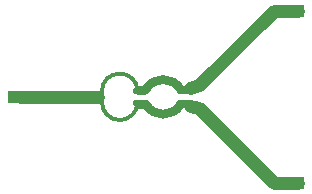
<source format=gbr>
%TF.GenerationSoftware,KiCad,Pcbnew,9.0.4*%
%TF.CreationDate,2025-10-05T17:18:12-07:00*%
%TF.ProjectId,Wilkinson PD,57696c6b-696e-4736-9f6e-2050442e6b69,rev?*%
%TF.SameCoordinates,Original*%
%TF.FileFunction,Copper,L1,Top*%
%TF.FilePolarity,Positive*%
%FSLAX46Y46*%
G04 Gerber Fmt 4.6, Leading zero omitted, Abs format (unit mm)*
G04 Created by KiCad (PCBNEW 9.0.4) date 2025-10-05 17:18:12*
%MOMM*%
%LPD*%
G01*
G04 APERTURE LIST*
G04 Aperture macros list*
%AMRoundRect*
0 Rectangle with rounded corners*
0 $1 Rounding radius*
0 $2 $3 $4 $5 $6 $7 $8 $9 X,Y pos of 4 corners*
0 Add a 4 corners polygon primitive as box body*
4,1,4,$2,$3,$4,$5,$6,$7,$8,$9,$2,$3,0*
0 Add four circle primitives for the rounded corners*
1,1,$1+$1,$2,$3*
1,1,$1+$1,$4,$5*
1,1,$1+$1,$6,$7*
1,1,$1+$1,$8,$9*
0 Add four rect primitives between the rounded corners*
20,1,$1+$1,$2,$3,$4,$5,0*
20,1,$1+$1,$4,$5,$6,$7,0*
20,1,$1+$1,$6,$7,$8,$9,0*
20,1,$1+$1,$8,$9,$2,$3,0*%
G04 Aperture macros list end*
%TA.AperFunction,EtchedComponent*%
%ADD10C,0.728980*%
%TD*%
%TA.AperFunction,EtchedComponent*%
%ADD11C,1.066800*%
%TD*%
%TA.AperFunction,EtchedComponent*%
%ADD12C,0.200000*%
%TD*%
%TA.AperFunction,EtchedComponent*%
%ADD13C,0.365760*%
%TD*%
%TA.AperFunction,EtchedComponent*%
%ADD14C,0.777240*%
%TD*%
%TA.AperFunction,SMDPad,CuDef*%
%ADD15R,1.064260X1.064260*%
%TD*%
%TA.AperFunction,SMDPad,CuDef*%
%ADD16R,1.066800X1.066800*%
%TD*%
%TA.AperFunction,SMDPad,CuDef*%
%ADD17C,1.066800*%
%TD*%
%TA.AperFunction,SMDPad,CuDef*%
%ADD18RoundRect,0.135001X-0.185039X-0.135001X0.185039X-0.135001X0.185039X0.135001X-0.185039X0.135001X0*%
%TD*%
%TA.AperFunction,Conductor*%
%ADD19C,1.066800*%
%TD*%
G04 APERTURE END LIST*
D10*
%TO.C,WPD1*%
X164825040Y-78511800D02*
X165407970Y-78511800D01*
X164826950Y-77289660D02*
X165364160Y-77299820D01*
D11*
X169204640Y-77114400D02*
X170017440Y-76928980D01*
X169204640Y-78689200D02*
X170017440Y-78874620D01*
D12*
X168631040Y-78251400D02*
X169321040Y-78251400D01*
X169321040Y-78771400D01*
X168631040Y-78771400D01*
X168631040Y-78251400D01*
%TA.AperFunction,EtchedComponent*%
G36*
X168631040Y-78251400D02*
G01*
X169321040Y-78251400D01*
X169321040Y-78771400D01*
X168631040Y-78771400D01*
X168631040Y-78251400D01*
G37*
%TD.AperFunction*%
X168645840Y-77032200D02*
X169335840Y-77032200D01*
X169335840Y-77552200D01*
X168645840Y-77552200D01*
X168645840Y-77032200D01*
%TA.AperFunction,EtchedComponent*%
G36*
X168645840Y-77032200D02*
G01*
X169335840Y-77032200D01*
X169335840Y-77552200D01*
X168645840Y-77552200D01*
X168645840Y-77032200D01*
G37*
%TD.AperFunction*%
D13*
X161771249Y-77444600D02*
G75*
G02*
X164785039Y-77444600I1506895J0D01*
G01*
X164785040Y-78359000D02*
G75*
G02*
X161771248Y-78359000I-1506896J-1D01*
G01*
D14*
X165493700Y-77273150D02*
G75*
G02*
X168431334Y-77273140I1468820J-848020D01*
G01*
X168431333Y-78530450D02*
G75*
G02*
X165493705Y-78530446I-1468813J848020D01*
G01*
%TD*%
D15*
%TO.P,U3,1,port1*%
%TO.N,Net-(U3-port1)*%
X154304967Y-77901800D03*
%TD*%
D16*
%TO.P,WPD1,1,In*%
%TO.N,Net-(U3-port1)*%
X161421999Y-77901800D03*
D17*
%TO.P,WPD1,2,PD1*%
%TO.N,Net-(U2-port2)*%
X170017440Y-76928980D03*
%TO.P,WPD1,3,PD2*%
%TO.N,Net-(U1-port3)*%
X170017440Y-78874620D03*
D18*
%TO.P,WPD1,4,R1*%
%TO.N,unconnected-(WPD1-R1-Pad4)*%
X164785040Y-77391768D03*
%TO.P,WPD1,5,R1*%
%TO.N,unconnected-(WPD1-R1-Pad5)*%
X164785040Y-78411832D03*
%TO.P,WPD1,6,R2*%
%TO.N,unconnected-(WPD1-R2-Pad6)*%
X168431337Y-77391768D03*
%TO.P,WPD1,7,R2*%
%TO.N,unconnected-(WPD1-R2-Pad7)*%
X168431337Y-78411832D03*
%TD*%
D15*
%TO.P,U2,1,port2*%
%TO.N,Net-(U2-port2)*%
X178374040Y-70604380D03*
%TD*%
%TO.P,U1,1,port3*%
%TO.N,Net-(U1-port3)*%
X178374040Y-85199220D03*
%TD*%
D19*
%TO.N,Net-(U3-port1)*%
X161417033Y-77901800D02*
X154863800Y-77901800D01*
%TO.N,Net-(U1-port3)*%
X170017440Y-78874620D02*
X176342040Y-85199220D01*
X176342040Y-85199220D02*
X178374040Y-85199220D01*
%TO.N,Net-(U2-port2)*%
X170017440Y-76928980D02*
X176342040Y-70604380D01*
X176342040Y-70604380D02*
X178374040Y-70604380D01*
%TD*%
M02*

</source>
